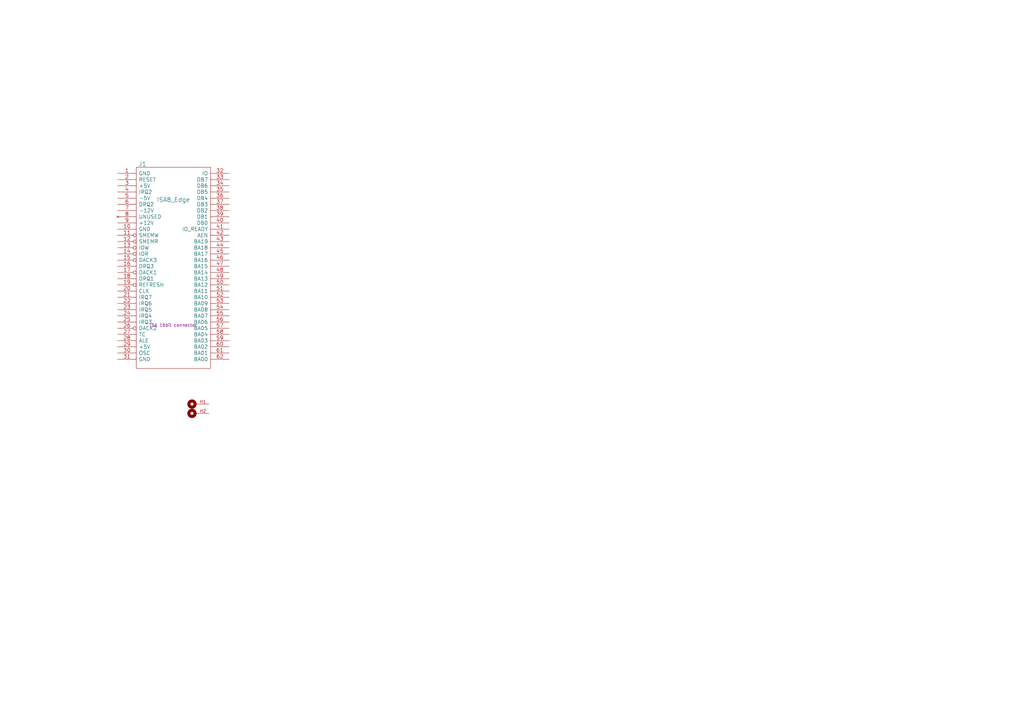
<source format=kicad_sch>
(kicad_sch (version 20250114) (generator "eeschema") (generator_version "9.0")
  (paper "A3")
  (lib_symbols
    (symbol "68k:ISA8_Edge" (pin_names (offset 1.016))
      (property "Reference" "J" (at 0 57.15 0))
      (property "Value" "ISA8_Edge" (at 0 2.54 90))
      (symbol "ISA8_Edge_0_1"
        (rectangle (start -15.24 64.77) (end 15.24 -17.78))
        (circle (center 7.62 -32.385) (radius 1.27) (stroke (width 1.27)))
        (circle (center 7.62 -36.195) (radius 1.27) (stroke (width 1.27)))
      )
      (symbol "ISA8_Edge_1_1"
        (pin power_out line (at -22.86 62.23 0) (length 7.62) (name "GND") (number "1"))
        (pin output line (at -22.86 59.69 0) (length 7.62) (name "RESET") (number "2"))
        (pin power_out line (at -22.86 57.15 0) (length 7.62) (name "+5V") (number "3"))
        (pin open_collector line (at -22.86 54.61 0) (length 7.62) (name "IRQ2") (number "4"))
        (pin power_out line (at -22.86 52.07 0) (length 7.62) (name "-5V") (number "5"))
        (pin open_collector line (at -22.86 49.53 0) (length 7.62) (name "DRQ2") (number "6"))
        (pin power_out line (at -22.86 46.99 0) (length 7.62) (name "-12V") (number "7"))
        (pin no_connect line (at -22.86 44.45 0) (length 7.62) (name "UNUSED") (number "8"))
        (pin power_out line (at -22.86 41.91 0) (length 7.62) (name "+12V") (number "9"))
        (pin power_out line (at -22.86 39.37 0) (length 7.62) (name "GND") (number "10"))
        (pin output inverted (at -22.86 36.83 0) (length 7.62) (name "SMEMW") (number "11"))
        (pin output inverted (at -22.86 34.29 0) (length 7.62) (name "SMEMR") (number "12"))
        (pin output inverted (at -22.86 31.75 0) (length 7.62) (name "IOW") (number "13"))
        (pin output inverted (at -22.86 29.21 0) (length 7.62) (name "IOR") (number "14"))
        (pin output inverted (at -22.86 26.67 0) (length 7.62) (name "DACK3") (number "15"))
        (pin open_collector line (at -22.86 24.13 0) (length 7.62) (name "DRQ3") (number "16"))
        (pin output inverted (at -22.86 21.59 0) (length 7.62) (name "DACK1") (number "17"))
        (pin open_collector line (at -22.86 19.05 0) (length 7.62) (name "DRQ1") (number "18"))
        (pin output inverted (at -22.86 16.51 0) (length 7.62) (name "REFRESH") (number "19"))
        (pin output line (at -22.86 13.97 0) (length 7.62) (name "CLK") (number "20"))
        (pin open_collector line (at -22.86 11.43 0) (length 7.62) (name "IRQ7") (number "21"))
        (pin open_collector line (at -22.86 8.89 0) (length 7.62) (name "IRQ6") (number "22"))
        (pin open_collector line (at -22.86 6.35 0) (length 7.62) (name "IRQ5") (number "23"))
        (pin open_collector line (at -22.86 3.81 0) (length 7.62) (name "IRQ4") (number "24"))
        (pin open_collector line (at -22.86 1.27 0) (length 7.62) (name "IRQ3") (number "25"))
        (pin output inverted (at -22.86 -1.27 0) (length 7.62) (name "DACK2") (number "26"))
        (pin output line (at -22.86 -3.81 0) (length 7.62) (name "TC") (number "27"))
        (pin output line (at -22.86 -6.35 0) (length 7.62) (name "ALE") (number "28"))
        (pin power_out line (at -22.86 -8.89 0) (length 7.62) (name "+5V") (number "29"))
        (pin output line (at -22.86 -11.43 0) (length 7.62) (name "OSC") (number "30"))
        (pin power_out line (at -22.86 -13.97 0) (length 7.62) (name "GND") (number "31"))
        (pin passive line (at 14.605 -32.385 180) (length 5.08) (name "") (number "H1"))
        (pin passive line (at 14.605 -36.195 180) (length 5.08) (name "") (number "H2"))
        (pin open_collector line (at 22.86 62.23 180) (length 7.62) (name "IO") (number "32"))
        (pin tri_state line (at 22.86 59.69 180) (length 7.62) (name "DB7") (number "33"))
        (pin tri_state line (at 22.86 57.15 180) (length 7.62) (name "DB6") (number "34"))
        (pin tri_state line (at 22.86 54.61 180) (length 7.62) (name "DB5") (number "35"))
        (pin tri_state line (at 22.86 52.07 180) (length 7.62) (name "DB4") (number "36"))
        (pin tri_state line (at 22.86 49.53 180) (length 7.62) (name "DB3") (number "37"))
        (pin tri_state line (at 22.86 46.99 180) (length 7.62) (name "DB2") (number "38"))
        (pin tri_state line (at 22.86 44.45 180) (length 7.62) (name "DB1") (number "39"))
        (pin tri_state line (at 22.86 41.91 180) (length 7.62) (name "DB0") (number "40"))
        (pin open_collector line (at 22.86 39.37 180) (length 7.62) (name "IO_READY") (number "41"))
        (pin output line (at 22.86 36.83 180) (length 7.62) (name "AEN") (number "42"))
        (pin output line (at 22.86 34.29 180) (length 7.62) (name "BA19") (number "43"))
        (pin output line (at 22.86 31.75 180) (length 7.62) (name "BA18") (number "44"))
        (pin output line (at 22.86 29.21 180) (length 7.62) (name "BA17") (number "45"))
        (pin output line (at 22.86 26.67 180) (length 7.62) (name "BA16") (number "46"))
        (pin output line (at 22.86 24.13 180) (length 7.62) (name "BA15") (number "47"))
        (pin output line (at 22.86 21.59 180) (length 7.62) (name "BA14") (number "48"))
        (pin output line (at 22.86 19.05 180) (length 7.62) (name "BA13") (number "49"))
        (pin output line (at 22.86 16.51 180) (length 7.62) (name "BA12") (number "50"))
        (pin output line (at 22.86 13.97 180) (length 7.62) (name "BA11") (number "51"))
        (pin output line (at 22.86 11.43 180) (length 7.62) (name "BA10") (number "52"))
        (pin output line (at 22.86 8.89 180) (length 7.62) (name "BA09") (number "53"))
        (pin output line (at 22.86 6.35 180) (length 7.62) (name "BA08") (number "54"))
        (pin output line (at 22.86 3.81 180) (length 7.62) (name "BA07") (number "55"))
        (pin output line (at 22.86 1.27 180) (length 7.62) (name "BA06") (number "56"))
        (pin output line (at 22.86 -1.27 180) (length 7.62) (name "BA05") (number "57"))
        (pin output line (at 22.86 -3.81 180) (length 7.62) (name "BA04") (number "58"))
        (pin output line (at 22.86 -6.35 180) (length 7.62) (name "BA03") (number "59"))
        (pin output line (at 22.86 -8.89 180) (length 7.62) (name "BA02") (number "60"))
        (pin output line (at 22.86 -11.43 180) (length 7.62) (name "BA01") (number "61"))
        (pin output line (at 22.86 -13.97 180) (length 7.62) (name "BA00") (number "62"))
      )
    )
  )
  (symbol (lib_id "68k:ISA8_Edge") (at 71.12 133.35 0) (unit 1)
    (property "Reference" "J1" (at 58.42 67.31 0) (effects (font (size 1.778 1.778))))
    (property "Value" "ISA8_Edge" (at 71.12 81.915 0) (effects (font (size 1.778 1.778))))
    (property "Footprint" "68k:ISA8_Edge" (effects (hide yes)))
    (property "Datasheet" "https://www.mouser.se/datasheet/2/215/202-743470.pdf" (effects (hide yes)))
    (property "Description" "ISA 16bit connector" (at 71.12 133.35 0))
    (property "Manufacturer_Name" "Keystone" (effects (hide yes)))
    (property "Manufacturer_Part_Number" "9202" (effects (hide yes)))
  )
)
</source>
